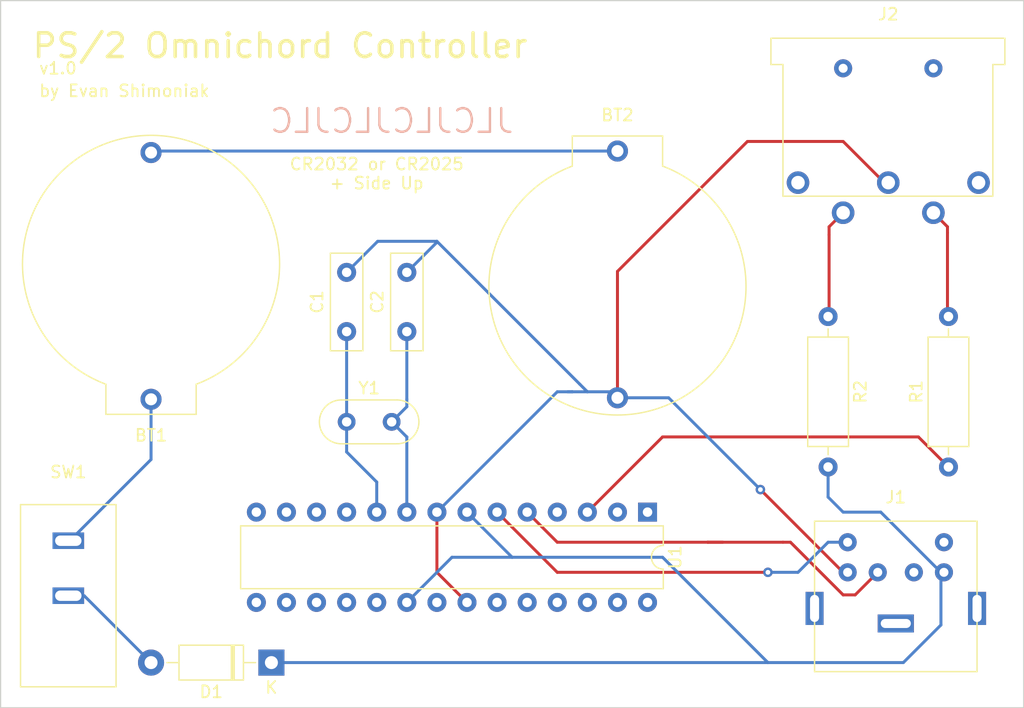
<source format=kicad_pcb>
(kicad_pcb (version 20171130) (host pcbnew 5.1.6-c6e7f7d~87~ubuntu18.04.1)

  (general
    (thickness 1.6)
    (drawings 6)
    (tracks 76)
    (zones 0)
    (modules 12)
    (nets 36)
  )

  (page A4)
  (layers
    (0 F.Cu signal)
    (31 B.Cu signal)
    (32 B.Adhes user)
    (33 F.Adhes user)
    (34 B.Paste user)
    (35 F.Paste user)
    (36 B.SilkS user)
    (37 F.SilkS user)
    (38 B.Mask user)
    (39 F.Mask user)
    (40 Dwgs.User user)
    (41 Cmts.User user)
    (42 Eco1.User user)
    (43 Eco2.User user)
    (44 Edge.Cuts user)
    (45 Margin user)
    (46 B.CrtYd user)
    (47 F.CrtYd user)
    (48 B.Fab user)
    (49 F.Fab user)
  )

  (setup
    (last_trace_width 0.25)
    (trace_clearance 0.2)
    (zone_clearance 0.508)
    (zone_45_only no)
    (trace_min 0.2)
    (via_size 0.8)
    (via_drill 0.4)
    (via_min_size 0.4)
    (via_min_drill 0.3)
    (uvia_size 0.3)
    (uvia_drill 0.1)
    (uvias_allowed no)
    (uvia_min_size 0.2)
    (uvia_min_drill 0.1)
    (edge_width 0.05)
    (segment_width 0.2)
    (pcb_text_width 0.3)
    (pcb_text_size 1.5 1.5)
    (mod_edge_width 0.12)
    (mod_text_size 1 1)
    (mod_text_width 0.15)
    (pad_size 2.49936 2.49936)
    (pad_drill 1.397)
    (pad_to_mask_clearance 0.05)
    (aux_axis_origin 0 0)
    (visible_elements FFFFFF7F)
    (pcbplotparams
      (layerselection 0x010fc_ffffffff)
      (usegerberextensions false)
      (usegerberattributes true)
      (usegerberadvancedattributes true)
      (creategerberjobfile true)
      (excludeedgelayer true)
      (linewidth 0.100000)
      (plotframeref false)
      (viasonmask false)
      (mode 1)
      (useauxorigin false)
      (hpglpennumber 1)
      (hpglpenspeed 20)
      (hpglpendiameter 15.000000)
      (psnegative false)
      (psa4output false)
      (plotreference true)
      (plotvalue true)
      (plotinvisibletext false)
      (padsonsilk false)
      (subtractmaskfromsilk false)
      (outputformat 1)
      (mirror false)
      (drillshape 0)
      (scaleselection 1)
      (outputdirectory "gerber"))
  )

  (net 0 "")
  (net 1 "Net-(J1-Pad6)")
  (net 2 "Net-(J1-Pad2)")
  (net 3 "Net-(J2-Pad5)")
  (net 4 "Net-(J2-Pad1)")
  (net 5 "Net-(J2-Pad4)")
  (net 6 "Net-(J2-Pad3)")
  (net 7 "Net-(U1-Pad28)")
  (net 8 "Net-(U1-Pad14)")
  (net 9 "Net-(U1-Pad27)")
  (net 10 "Net-(U1-Pad13)")
  (net 11 "Net-(U1-Pad26)")
  (net 12 "Net-(U1-Pad12)")
  (net 13 "Net-(U1-Pad25)")
  (net 14 "Net-(U1-Pad11)")
  (net 15 "Net-(U1-Pad24)")
  (net 16 "Net-(U1-Pad23)")
  (net 17 "Net-(U1-Pad21)")
  (net 18 "Net-(U1-Pad19)")
  (net 19 "Net-(U1-Pad18)")
  (net 20 "Net-(U1-Pad4)")
  (net 21 "Net-(U1-Pad17)")
  (net 22 "Net-(U1-Pad16)")
  (net 23 "Net-(U1-Pad2)")
  (net 24 "Net-(U1-Pad15)")
  (net 25 "Net-(U1-Pad1)")
  (net 26 "Net-(BT1-Pad2)")
  (net 27 "Net-(BT1-Pad1)")
  (net 28 "Net-(D1-Pad2)")
  (net 29 /GND)
  (net 30 /XTAL2)
  (net 31 /XTAL1)
  (net 32 /VCC)
  (net 33 /PD4)
  (net 34 /PD3)
  (net 35 /TX)

  (net_class Default "This is the default net class."
    (clearance 0.2)
    (trace_width 0.25)
    (via_dia 0.8)
    (via_drill 0.4)
    (uvia_dia 0.3)
    (uvia_drill 0.1)
    (add_net /GND)
    (add_net /PD3)
    (add_net /PD4)
    (add_net /TX)
    (add_net /VCC)
    (add_net /XTAL1)
    (add_net /XTAL2)
    (add_net "Net-(BT1-Pad1)")
    (add_net "Net-(BT1-Pad2)")
    (add_net "Net-(D1-Pad2)")
    (add_net "Net-(J1-Pad2)")
    (add_net "Net-(J1-Pad6)")
    (add_net "Net-(J2-Pad1)")
    (add_net "Net-(J2-Pad3)")
    (add_net "Net-(J2-Pad4)")
    (add_net "Net-(J2-Pad5)")
    (add_net "Net-(U1-Pad1)")
    (add_net "Net-(U1-Pad11)")
    (add_net "Net-(U1-Pad12)")
    (add_net "Net-(U1-Pad13)")
    (add_net "Net-(U1-Pad14)")
    (add_net "Net-(U1-Pad15)")
    (add_net "Net-(U1-Pad16)")
    (add_net "Net-(U1-Pad17)")
    (add_net "Net-(U1-Pad18)")
    (add_net "Net-(U1-Pad19)")
    (add_net "Net-(U1-Pad2)")
    (add_net "Net-(U1-Pad21)")
    (add_net "Net-(U1-Pad23)")
    (add_net "Net-(U1-Pad24)")
    (add_net "Net-(U1-Pad25)")
    (add_net "Net-(U1-Pad26)")
    (add_net "Net-(U1-Pad27)")
    (add_net "Net-(U1-Pad28)")
    (add_net "Net-(U1-Pad4)")
  )

  (module Capacitor_THT:C_Disc_D8.0mm_W2.5mm_P5.00mm (layer F.Cu) (tedit 5AE50EF0) (tstamp 5EFB701B)
    (at 142.24 106.68 90)
    (descr "C, Disc series, Radial, pin pitch=5.00mm, , diameter*width=8*2.5mm^2, Capacitor, http://cdn-reichelt.de/documents/datenblatt/B300/DS_KERKO_TC.pdf")
    (tags "C Disc series Radial pin pitch 5.00mm  diameter 8mm width 2.5mm Capacitor")
    (path /5EE48B66)
    (fp_text reference C2 (at 2.5 -2.5 90) (layer F.SilkS)
      (effects (font (size 1 1) (thickness 0.15)))
    )
    (fp_text value 20p (at 2.5 2.5 90) (layer F.Fab)
      (effects (font (size 1 1) (thickness 0.15)))
    )
    (fp_line (start 6.75 -1.5) (end -1.75 -1.5) (layer F.CrtYd) (width 0.05))
    (fp_line (start 6.75 1.5) (end 6.75 -1.5) (layer F.CrtYd) (width 0.05))
    (fp_line (start -1.75 1.5) (end 6.75 1.5) (layer F.CrtYd) (width 0.05))
    (fp_line (start -1.75 -1.5) (end -1.75 1.5) (layer F.CrtYd) (width 0.05))
    (fp_line (start 6.62 -1.37) (end 6.62 1.37) (layer F.SilkS) (width 0.12))
    (fp_line (start -1.62 -1.37) (end -1.62 1.37) (layer F.SilkS) (width 0.12))
    (fp_line (start -1.62 1.37) (end 6.62 1.37) (layer F.SilkS) (width 0.12))
    (fp_line (start -1.62 -1.37) (end 6.62 -1.37) (layer F.SilkS) (width 0.12))
    (fp_line (start 6.5 -1.25) (end -1.5 -1.25) (layer F.Fab) (width 0.1))
    (fp_line (start 6.5 1.25) (end 6.5 -1.25) (layer F.Fab) (width 0.1))
    (fp_line (start -1.5 1.25) (end 6.5 1.25) (layer F.Fab) (width 0.1))
    (fp_line (start -1.5 -1.25) (end -1.5 1.25) (layer F.Fab) (width 0.1))
    (fp_text user %R (at 2.5 0 90) (layer F.Fab)
      (effects (font (size 1 1) (thickness 0.15)))
    )
    (pad 2 thru_hole circle (at 5 0 90) (size 1.6 1.6) (drill 0.8) (layers *.Cu *.Mask)
      (net 29 /GND))
    (pad 1 thru_hole circle (at 0 0 90) (size 1.6 1.6) (drill 0.8) (layers *.Cu *.Mask)
      (net 31 /XTAL1))
    (model ${KISYS3DMOD}/Capacitor_THT.3dshapes/C_Disc_D8.0mm_W2.5mm_P5.00mm.wrl
      (at (xyz 0 0 0))
      (scale (xyz 1 1 1))
      (rotate (xyz 0 0 0))
    )
  )

  (module Capacitor_THT:C_Disc_D8.0mm_W2.5mm_P5.00mm (layer F.Cu) (tedit 5AE50EF0) (tstamp 5EFB7004)
    (at 137.16 106.68 90)
    (descr "C, Disc series, Radial, pin pitch=5.00mm, , diameter*width=8*2.5mm^2, Capacitor, http://cdn-reichelt.de/documents/datenblatt/B300/DS_KERKO_TC.pdf")
    (tags "C Disc series Radial pin pitch 5.00mm  diameter 8mm width 2.5mm Capacitor")
    (path /5EE395BF)
    (fp_text reference C1 (at 2.5 -2.5 90) (layer F.SilkS)
      (effects (font (size 1 1) (thickness 0.15)))
    )
    (fp_text value 20p (at 2.5 2.5 90) (layer F.Fab)
      (effects (font (size 1 1) (thickness 0.15)))
    )
    (fp_line (start 6.75 -1.5) (end -1.75 -1.5) (layer F.CrtYd) (width 0.05))
    (fp_line (start 6.75 1.5) (end 6.75 -1.5) (layer F.CrtYd) (width 0.05))
    (fp_line (start -1.75 1.5) (end 6.75 1.5) (layer F.CrtYd) (width 0.05))
    (fp_line (start -1.75 -1.5) (end -1.75 1.5) (layer F.CrtYd) (width 0.05))
    (fp_line (start 6.62 -1.37) (end 6.62 1.37) (layer F.SilkS) (width 0.12))
    (fp_line (start -1.62 -1.37) (end -1.62 1.37) (layer F.SilkS) (width 0.12))
    (fp_line (start -1.62 1.37) (end 6.62 1.37) (layer F.SilkS) (width 0.12))
    (fp_line (start -1.62 -1.37) (end 6.62 -1.37) (layer F.SilkS) (width 0.12))
    (fp_line (start 6.5 -1.25) (end -1.5 -1.25) (layer F.Fab) (width 0.1))
    (fp_line (start 6.5 1.25) (end 6.5 -1.25) (layer F.Fab) (width 0.1))
    (fp_line (start -1.5 1.25) (end 6.5 1.25) (layer F.Fab) (width 0.1))
    (fp_line (start -1.5 -1.25) (end -1.5 1.25) (layer F.Fab) (width 0.1))
    (fp_text user %R (at 2.5 0 90) (layer F.Fab)
      (effects (font (size 1 1) (thickness 0.15)))
    )
    (pad 2 thru_hole circle (at 5 0 90) (size 1.6 1.6) (drill 0.8) (layers *.Cu *.Mask)
      (net 29 /GND))
    (pad 1 thru_hole circle (at 0 0 90) (size 1.6 1.6) (drill 0.8) (layers *.Cu *.Mask)
      (net 30 /XTAL2))
    (model ${KISYS3DMOD}/Capacitor_THT.3dshapes/C_Disc_D8.0mm_W2.5mm_P5.00mm.wrl
      (at (xyz 0 0 0))
      (scale (xyz 1 1 1))
      (rotate (xyz 0 0 0))
    )
  )

  (module Misc_Custom:MINI-DIN-6 (layer F.Cu) (tedit 5F232433) (tstamp 5EFB7048)
    (at 183.515 124.46 180)
    (path /5EE078D0)
    (fp_text reference J1 (at 0 3.802) (layer F.SilkS)
      (effects (font (size 1 1) (thickness 0.15)))
    )
    (fp_text value Mini-DIN-6 (at 0 2.802) (layer F.Fab)
      (effects (font (size 1 1) (thickness 0.15)))
    )
    (fp_line (start 6.858 1.778) (end -6.858 1.778) (layer F.SilkS) (width 0.12))
    (fp_line (start 6.858 -10.922) (end -6.858 -10.922) (layer F.SilkS) (width 0.12))
    (fp_line (start -6.858 -10.922) (end -6.858 1.778) (layer F.SilkS) (width 0.12))
    (fp_line (start 6.858 -10.922) (end 6.858 1.778) (layer F.SilkS) (width 0.12))
    (pad "" thru_hole rect (at 0 -6.858 270) (size 1.524 3.048) (drill oval 0.762 2.54) (layers *.Cu *.Mask))
    (pad "" thru_hole rect (at -6.858 -5.588 180) (size 1.524 2.794) (drill oval 0.762 2.286) (layers *.Cu *.Mask))
    (pad "" thru_hole rect (at 6.858 -5.588 180) (size 1.524 2.794) (drill oval 0.762 2.286) (layers *.Cu *.Mask))
    (pad 5 thru_hole circle (at 4.064 0 180) (size 1.524 1.524) (drill 0.762) (layers *.Cu *.Mask)
      (net 33 /PD4))
    (pad 6 thru_hole circle (at -4.064 0 180) (size 1.524 1.524) (drill 0.762) (layers *.Cu *.Mask)
      (net 1 "Net-(J1-Pad6)"))
    (pad 3 thru_hole circle (at 4.064 -2.54 180) (size 1.524 1.524) (drill 0.762) (layers *.Cu *.Mask)
      (net 29 /GND))
    (pad 4 thru_hole circle (at -4.064 -2.54 180) (size 1.524 1.524) (drill 0.762) (layers *.Cu *.Mask)
      (net 32 /VCC))
    (pad 1 thru_hole circle (at 1.524 -2.54 180) (size 1.524 1.524) (drill 0.762) (layers *.Cu *.Mask)
      (net 34 /PD3))
    (pad 2 thru_hole circle (at -1.524 -2.54 180) (size 1.524 1.524) (drill 0.762) (layers *.Cu *.Mask)
      (net 2 "Net-(J1-Pad2)"))
  )

  (module Misc_Custom:Battery-Holder_CR2025-CR2032 (layer F.Cu) (tedit 5F22DA7C) (tstamp 5EFB8E8C)
    (at 160.02 91.44 180)
    (path /5EFF093B)
    (fp_text reference BT2 (at 0 3.04) (layer F.SilkS)
      (effects (font (size 1 1) (thickness 0.15)))
    )
    (fp_text value Battery_Cell (at 0 2.04) (layer F.Fab)
      (effects (font (size 1 1) (thickness 0.15)))
    )
    (fp_line (start -3.81 1.27) (end -3.81 -1.27) (layer F.SilkS) (width 0.12))
    (fp_line (start 3.81 1.27) (end -3.81 1.27) (layer F.SilkS) (width 0.12))
    (fp_line (start 3.81 -1.27) (end 3.81 1.27) (layer F.SilkS) (width 0.12))
    (fp_arc (start 0 -11.43) (end 3.809999 -1.270001) (angle -318.8879096) (layer F.SilkS) (width 0.12))
    (pad 2 thru_hole circle (at 0 -20.828 180) (size 1.778 1.778) (drill 1.016) (layers *.Cu *.Mask)
      (net 29 /GND))
    (pad 1 thru_hole circle (at 0 0 180) (size 1.778 1.778) (drill 1.016) (layers *.Cu *.Mask)
      (net 26 "Net-(BT1-Pad2)"))
  )

  (module Misc_Custom:Battery-Holder_CR2025-CR2032 (layer F.Cu) (tedit 5F22DA7C) (tstamp 5EFB8E82)
    (at 120.65 112.395)
    (path /5EFEEC25)
    (fp_text reference BT1 (at 0 3.04) (layer F.SilkS)
      (effects (font (size 1 1) (thickness 0.15)))
    )
    (fp_text value Battery_Cell (at 0 2.04) (layer F.Fab)
      (effects (font (size 1 1) (thickness 0.15)))
    )
    (fp_line (start -3.81 1.27) (end -3.81 -1.27) (layer F.SilkS) (width 0.12))
    (fp_line (start 3.81 1.27) (end -3.81 1.27) (layer F.SilkS) (width 0.12))
    (fp_line (start 3.81 -1.27) (end 3.81 1.27) (layer F.SilkS) (width 0.12))
    (fp_arc (start 0 -11.43) (end 3.809999 -1.270001) (angle -318.8879096) (layer F.SilkS) (width 0.12))
    (pad 2 thru_hole circle (at 0 -20.828) (size 1.778 1.778) (drill 1.016) (layers *.Cu *.Mask)
      (net 26 "Net-(BT1-Pad2)"))
    (pad 1 thru_hole circle (at 0 0) (size 1.778 1.778) (drill 1.016) (layers *.Cu *.Mask)
      (net 27 "Net-(BT1-Pad1)"))
  )

  (module Crystal:Crystal_HC52-U_Vertical (layer F.Cu) (tedit 5A1AD3B8) (tstamp 5EFB70E9)
    (at 137.16 114.3)
    (descr "Crystal THT HC-52/U, http://www.kvg-gmbh.de/assets/uploads/files/product_pdfs/XS71xx.pdf")
    (tags "THT crystal HC-52/U")
    (path /5EE4A56C)
    (fp_text reference Y1 (at 1.9 -2.85) (layer F.SilkS)
      (effects (font (size 1 1) (thickness 0.15)))
    )
    (fp_text value Crystal (at 1.9 2.85) (layer F.Fab)
      (effects (font (size 1 1) (thickness 0.15)))
    )
    (fp_line (start -0.45 -1.65) (end 4.25 -1.65) (layer F.Fab) (width 0.1))
    (fp_line (start -0.45 1.65) (end 4.25 1.65) (layer F.Fab) (width 0.1))
    (fp_line (start -0.45 -1.15) (end 4.25 -1.15) (layer F.Fab) (width 0.1))
    (fp_line (start -0.45 1.15) (end 4.25 1.15) (layer F.Fab) (width 0.1))
    (fp_line (start -0.45 -1.85) (end 4.25 -1.85) (layer F.SilkS) (width 0.12))
    (fp_line (start -0.45 1.85) (end 4.25 1.85) (layer F.SilkS) (width 0.12))
    (fp_line (start -2.6 -2.1) (end -2.6 2.1) (layer F.CrtYd) (width 0.05))
    (fp_line (start -2.6 2.1) (end 6.4 2.1) (layer F.CrtYd) (width 0.05))
    (fp_line (start 6.4 2.1) (end 6.4 -2.1) (layer F.CrtYd) (width 0.05))
    (fp_line (start 6.4 -2.1) (end -2.6 -2.1) (layer F.CrtYd) (width 0.05))
    (fp_arc (start 4.25 0) (end 4.25 -1.85) (angle 180) (layer F.SilkS) (width 0.12))
    (fp_arc (start -0.45 0) (end -0.45 -1.85) (angle -180) (layer F.SilkS) (width 0.12))
    (fp_arc (start 4.25 0) (end 4.25 -1.15) (angle 180) (layer F.Fab) (width 0.1))
    (fp_arc (start -0.45 0) (end -0.45 -1.15) (angle -180) (layer F.Fab) (width 0.1))
    (fp_arc (start 4.25 0) (end 4.25 -1.65) (angle 180) (layer F.Fab) (width 0.1))
    (fp_arc (start -0.45 0) (end -0.45 -1.65) (angle -180) (layer F.Fab) (width 0.1))
    (fp_text user %R (at 1.9 0) (layer F.Fab)
      (effects (font (size 1 1) (thickness 0.15)))
    )
    (pad 2 thru_hole circle (at 3.8 0) (size 1.5 1.5) (drill 0.8) (layers *.Cu *.Mask)
      (net 31 /XTAL1))
    (pad 1 thru_hole circle (at 0 0) (size 1.5 1.5) (drill 0.8) (layers *.Cu *.Mask)
      (net 30 /XTAL2))
    (model ${KISYS3DMOD}/Crystal.3dshapes/Crystal_HC52-U_Vertical.wrl
      (at (xyz 0 0 0))
      (scale (xyz 1 1 1))
      (rotate (xyz 0 0 0))
    )
  )

  (module Misc_Custom:SW_AMZN_001 (layer F.Cu) (tedit 5F22D612) (tstamp 5EFC3C9D)
    (at 113.665 123.825 180)
    (path /5EFF2E98)
    (fp_text reference SW1 (at 0 5.29) (layer F.SilkS)
      (effects (font (size 1 1) (thickness 0.15)))
    )
    (fp_text value SW_SPST (at 0 3.52) (layer F.Fab)
      (effects (font (size 1 1) (thickness 0.15)))
    )
    (fp_line (start -4.03225 -12.84) (end -4.03225 2.54) (layer F.SilkS) (width 0.12))
    (fp_line (start 4.03225 -12.84) (end -4.03225 -12.84) (layer F.SilkS) (width 0.12))
    (fp_line (start 4.03225 2.54) (end 4.03225 -12.84) (layer F.SilkS) (width 0.12))
    (fp_line (start -4.03225 2.54) (end 4.03225 2.54) (layer F.SilkS) (width 0.12))
    (pad 2 thru_hole rect (at 0 -5.15 270) (size 1.397 2.667) (drill oval 0.877 2.227001) (layers *.Cu *.Mask)
      (net 28 "Net-(D1-Pad2)"))
    (pad 1 thru_hole rect (at 0 -0.508 270) (size 1.397 2.667) (drill oval 0.877 2.227001) (layers *.Cu *.Mask)
      (net 27 "Net-(BT1-Pad1)"))
  )

  (module Misc_Custom:MIDI_DIN5 (layer F.Cu) (tedit 5F231785) (tstamp 5EFB7074)
    (at 182.88 81.915 180)
    (path /5EE14BEE)
    (fp_text reference J2 (at 0 2.024) (layer F.SilkS)
      (effects (font (size 1 1) (thickness 0.15)))
    )
    (fp_text value DIN-5_180degree (at 0 1.024) (layer F.Fab)
      (effects (font (size 1 1) (thickness 0.15)))
    )
    (fp_line (start 8.89 -13.335) (end -8.8265 -13.335) (layer F.SilkS) (width 0.12))
    (fp_line (start -8.8265 -2.2225) (end -8.8265 -13.335) (layer F.SilkS) (width 0.12))
    (fp_line (start 8.89 -2.2225) (end 8.89 -13.335) (layer F.SilkS) (width 0.12))
    (fp_line (start -8.8265 -2.2225) (end -9.8425 -2.2225) (layer F.SilkS) (width 0.12))
    (fp_line (start 9.906 -2.2225) (end 8.89 -2.2225) (layer F.SilkS) (width 0.12))
    (fp_line (start 9.906 0) (end 9.906 -2.2225) (layer F.SilkS) (width 0.12))
    (fp_line (start -9.8425 0) (end -9.8425 -2.2225) (layer F.SilkS) (width 0.12))
    (fp_line (start -9.8425 0) (end 9.8425 0) (layer F.SilkS) (width 0.12))
    (pad "" thru_hole circle (at 3.81 -2.54 180) (size 1.524 1.524) (drill 0.762) (layers *.Cu *.Mask))
    (pad "" thru_hole circle (at -3.81 -2.54 180) (size 1.524 1.524) (drill 0.762) (layers *.Cu *.Mask))
    (pad 5 thru_hole circle (at -3.81 -14.732 180) (size 1.905 1.905) (drill 1.143) (layers *.Cu *.Mask)
      (net 3 "Net-(J2-Pad5)"))
    (pad 4 thru_hole circle (at 3.81 -14.732 180) (size 1.905 1.905) (drill 1.143) (layers *.Cu *.Mask)
      (net 5 "Net-(J2-Pad4)"))
    (pad 3 thru_hole circle (at -7.62 -12.192 180) (size 1.905 1.905) (drill 1.143) (layers *.Cu *.Mask)
      (net 6 "Net-(J2-Pad3)"))
    (pad 2 thru_hole circle (at 0 -12.192 180) (size 1.905 1.905) (drill 1.143) (layers *.Cu *.Mask)
      (net 29 /GND))
    (pad 1 thru_hole circle (at 7.62 -12.192 180) (size 1.905 1.905) (drill 1.143) (layers *.Cu *.Mask)
      (net 4 "Net-(J2-Pad1)"))
  )

  (module Package_DIP:DIP-28_W7.62mm (layer F.Cu) (tedit 5A02E8C5) (tstamp 5EFB70D2)
    (at 162.56 121.92 270)
    (descr "28-lead though-hole mounted DIP package, row spacing 7.62 mm (300 mils)")
    (tags "THT DIP DIL PDIP 2.54mm 7.62mm 300mil")
    (path /5EE054F3)
    (fp_text reference U1 (at 3.81 -2.33 90) (layer F.SilkS)
      (effects (font (size 1 1) (thickness 0.15)))
    )
    (fp_text value ATmega328P-PU (at 3.81 35.35 90) (layer F.Fab)
      (effects (font (size 1 1) (thickness 0.15)))
    )
    (fp_line (start 8.7 -1.55) (end -1.1 -1.55) (layer F.CrtYd) (width 0.05))
    (fp_line (start 8.7 34.55) (end 8.7 -1.55) (layer F.CrtYd) (width 0.05))
    (fp_line (start -1.1 34.55) (end 8.7 34.55) (layer F.CrtYd) (width 0.05))
    (fp_line (start -1.1 -1.55) (end -1.1 34.55) (layer F.CrtYd) (width 0.05))
    (fp_line (start 6.46 -1.33) (end 4.81 -1.33) (layer F.SilkS) (width 0.12))
    (fp_line (start 6.46 34.35) (end 6.46 -1.33) (layer F.SilkS) (width 0.12))
    (fp_line (start 1.16 34.35) (end 6.46 34.35) (layer F.SilkS) (width 0.12))
    (fp_line (start 1.16 -1.33) (end 1.16 34.35) (layer F.SilkS) (width 0.12))
    (fp_line (start 2.81 -1.33) (end 1.16 -1.33) (layer F.SilkS) (width 0.12))
    (fp_line (start 0.635 -0.27) (end 1.635 -1.27) (layer F.Fab) (width 0.1))
    (fp_line (start 0.635 34.29) (end 0.635 -0.27) (layer F.Fab) (width 0.1))
    (fp_line (start 6.985 34.29) (end 0.635 34.29) (layer F.Fab) (width 0.1))
    (fp_line (start 6.985 -1.27) (end 6.985 34.29) (layer F.Fab) (width 0.1))
    (fp_line (start 1.635 -1.27) (end 6.985 -1.27) (layer F.Fab) (width 0.1))
    (fp_text user %R (at 3.81 16.51 90) (layer F.Fab)
      (effects (font (size 1 1) (thickness 0.15)))
    )
    (fp_arc (start 3.81 -1.33) (end 2.81 -1.33) (angle -180) (layer F.SilkS) (width 0.12))
    (pad 28 thru_hole oval (at 7.62 0 270) (size 1.6 1.6) (drill 0.8) (layers *.Cu *.Mask)
      (net 7 "Net-(U1-Pad28)"))
    (pad 14 thru_hole oval (at 0 33.02 270) (size 1.6 1.6) (drill 0.8) (layers *.Cu *.Mask)
      (net 8 "Net-(U1-Pad14)"))
    (pad 27 thru_hole oval (at 7.62 2.54 270) (size 1.6 1.6) (drill 0.8) (layers *.Cu *.Mask)
      (net 9 "Net-(U1-Pad27)"))
    (pad 13 thru_hole oval (at 0 30.48 270) (size 1.6 1.6) (drill 0.8) (layers *.Cu *.Mask)
      (net 10 "Net-(U1-Pad13)"))
    (pad 26 thru_hole oval (at 7.62 5.08 270) (size 1.6 1.6) (drill 0.8) (layers *.Cu *.Mask)
      (net 11 "Net-(U1-Pad26)"))
    (pad 12 thru_hole oval (at 0 27.94 270) (size 1.6 1.6) (drill 0.8) (layers *.Cu *.Mask)
      (net 12 "Net-(U1-Pad12)"))
    (pad 25 thru_hole oval (at 7.62 7.62 270) (size 1.6 1.6) (drill 0.8) (layers *.Cu *.Mask)
      (net 13 "Net-(U1-Pad25)"))
    (pad 11 thru_hole oval (at 0 25.4 270) (size 1.6 1.6) (drill 0.8) (layers *.Cu *.Mask)
      (net 14 "Net-(U1-Pad11)"))
    (pad 24 thru_hole oval (at 7.62 10.16 270) (size 1.6 1.6) (drill 0.8) (layers *.Cu *.Mask)
      (net 15 "Net-(U1-Pad24)"))
    (pad 10 thru_hole oval (at 0 22.86 270) (size 1.6 1.6) (drill 0.8) (layers *.Cu *.Mask)
      (net 30 /XTAL2))
    (pad 23 thru_hole oval (at 7.62 12.7 270) (size 1.6 1.6) (drill 0.8) (layers *.Cu *.Mask)
      (net 16 "Net-(U1-Pad23)"))
    (pad 9 thru_hole oval (at 0 20.32 270) (size 1.6 1.6) (drill 0.8) (layers *.Cu *.Mask)
      (net 31 /XTAL1))
    (pad 22 thru_hole oval (at 7.62 15.24 270) (size 1.6 1.6) (drill 0.8) (layers *.Cu *.Mask)
      (net 29 /GND))
    (pad 8 thru_hole oval (at 0 17.78 270) (size 1.6 1.6) (drill 0.8) (layers *.Cu *.Mask)
      (net 29 /GND))
    (pad 21 thru_hole oval (at 7.62 17.78 270) (size 1.6 1.6) (drill 0.8) (layers *.Cu *.Mask)
      (net 17 "Net-(U1-Pad21)"))
    (pad 7 thru_hole oval (at 0 15.24 270) (size 1.6 1.6) (drill 0.8) (layers *.Cu *.Mask)
      (net 32 /VCC))
    (pad 20 thru_hole oval (at 7.62 20.32 270) (size 1.6 1.6) (drill 0.8) (layers *.Cu *.Mask)
      (net 32 /VCC))
    (pad 6 thru_hole oval (at 0 12.7 270) (size 1.6 1.6) (drill 0.8) (layers *.Cu *.Mask)
      (net 33 /PD4))
    (pad 19 thru_hole oval (at 7.62 22.86 270) (size 1.6 1.6) (drill 0.8) (layers *.Cu *.Mask)
      (net 18 "Net-(U1-Pad19)"))
    (pad 5 thru_hole oval (at 0 10.16 270) (size 1.6 1.6) (drill 0.8) (layers *.Cu *.Mask)
      (net 34 /PD3))
    (pad 18 thru_hole oval (at 7.62 25.4 270) (size 1.6 1.6) (drill 0.8) (layers *.Cu *.Mask)
      (net 19 "Net-(U1-Pad18)"))
    (pad 4 thru_hole oval (at 0 7.62 270) (size 1.6 1.6) (drill 0.8) (layers *.Cu *.Mask)
      (net 20 "Net-(U1-Pad4)"))
    (pad 17 thru_hole oval (at 7.62 27.94 270) (size 1.6 1.6) (drill 0.8) (layers *.Cu *.Mask)
      (net 21 "Net-(U1-Pad17)"))
    (pad 3 thru_hole oval (at 0 5.08 270) (size 1.6 1.6) (drill 0.8) (layers *.Cu *.Mask)
      (net 35 /TX))
    (pad 16 thru_hole oval (at 7.62 30.48 270) (size 1.6 1.6) (drill 0.8) (layers *.Cu *.Mask)
      (net 22 "Net-(U1-Pad16)"))
    (pad 2 thru_hole oval (at 0 2.54 270) (size 1.6 1.6) (drill 0.8) (layers *.Cu *.Mask)
      (net 23 "Net-(U1-Pad2)"))
    (pad 15 thru_hole oval (at 7.62 33.02 270) (size 1.6 1.6) (drill 0.8) (layers *.Cu *.Mask)
      (net 24 "Net-(U1-Pad15)"))
    (pad 1 thru_hole rect (at 0 0 270) (size 1.6 1.6) (drill 0.8) (layers *.Cu *.Mask)
      (net 25 "Net-(U1-Pad1)"))
    (model ${KISYS3DMOD}/Package_DIP.3dshapes/DIP-28_W7.62mm.wrl
      (at (xyz 0 0 0))
      (scale (xyz 1 1 1))
      (rotate (xyz 0 0 0))
    )
  )

  (module Resistor_THT:R_Axial_DIN0309_L9.0mm_D3.2mm_P12.70mm_Horizontal (layer F.Cu) (tedit 5AE5139B) (tstamp 5EFB70A2)
    (at 177.8 105.41 270)
    (descr "Resistor, Axial_DIN0309 series, Axial, Horizontal, pin pitch=12.7mm, 0.5W = 1/2W, length*diameter=9*3.2mm^2, http://cdn-reichelt.de/documents/datenblatt/B400/1_4W%23YAG.pdf")
    (tags "Resistor Axial_DIN0309 series Axial Horizontal pin pitch 12.7mm 0.5W = 1/2W length 9mm diameter 3.2mm")
    (path /5EE20CAA)
    (fp_text reference R2 (at 6.35 -2.72 90) (layer F.SilkS)
      (effects (font (size 1 1) (thickness 0.15)))
    )
    (fp_text value 220 (at 6.35 2.72 90) (layer F.Fab)
      (effects (font (size 1 1) (thickness 0.15)))
    )
    (fp_line (start 13.75 -1.85) (end -1.05 -1.85) (layer F.CrtYd) (width 0.05))
    (fp_line (start 13.75 1.85) (end 13.75 -1.85) (layer F.CrtYd) (width 0.05))
    (fp_line (start -1.05 1.85) (end 13.75 1.85) (layer F.CrtYd) (width 0.05))
    (fp_line (start -1.05 -1.85) (end -1.05 1.85) (layer F.CrtYd) (width 0.05))
    (fp_line (start 11.66 0) (end 10.97 0) (layer F.SilkS) (width 0.12))
    (fp_line (start 1.04 0) (end 1.73 0) (layer F.SilkS) (width 0.12))
    (fp_line (start 10.97 -1.72) (end 1.73 -1.72) (layer F.SilkS) (width 0.12))
    (fp_line (start 10.97 1.72) (end 10.97 -1.72) (layer F.SilkS) (width 0.12))
    (fp_line (start 1.73 1.72) (end 10.97 1.72) (layer F.SilkS) (width 0.12))
    (fp_line (start 1.73 -1.72) (end 1.73 1.72) (layer F.SilkS) (width 0.12))
    (fp_line (start 12.7 0) (end 10.85 0) (layer F.Fab) (width 0.1))
    (fp_line (start 0 0) (end 1.85 0) (layer F.Fab) (width 0.1))
    (fp_line (start 10.85 -1.6) (end 1.85 -1.6) (layer F.Fab) (width 0.1))
    (fp_line (start 10.85 1.6) (end 10.85 -1.6) (layer F.Fab) (width 0.1))
    (fp_line (start 1.85 1.6) (end 10.85 1.6) (layer F.Fab) (width 0.1))
    (fp_line (start 1.85 -1.6) (end 1.85 1.6) (layer F.Fab) (width 0.1))
    (fp_text user %R (at 6.35 0 90) (layer F.Fab)
      (effects (font (size 1 1) (thickness 0.15)))
    )
    (pad 2 thru_hole oval (at 12.7 0 270) (size 1.6 1.6) (drill 0.8) (layers *.Cu *.Mask)
      (net 32 /VCC))
    (pad 1 thru_hole circle (at 0 0 270) (size 1.6 1.6) (drill 0.8) (layers *.Cu *.Mask)
      (net 5 "Net-(J2-Pad4)"))
    (model ${KISYS3DMOD}/Resistor_THT.3dshapes/R_Axial_DIN0309_L9.0mm_D3.2mm_P12.70mm_Horizontal.wrl
      (at (xyz 0 0 0))
      (scale (xyz 1 1 1))
      (rotate (xyz 0 0 0))
    )
  )

  (module Resistor_THT:R_Axial_DIN0309_L9.0mm_D3.2mm_P12.70mm_Horizontal (layer F.Cu) (tedit 5AE5139B) (tstamp 5EFB708B)
    (at 187.96 118.11 90)
    (descr "Resistor, Axial_DIN0309 series, Axial, Horizontal, pin pitch=12.7mm, 0.5W = 1/2W, length*diameter=9*3.2mm^2, http://cdn-reichelt.de/documents/datenblatt/B400/1_4W%23YAG.pdf")
    (tags "Resistor Axial_DIN0309 series Axial Horizontal pin pitch 12.7mm 0.5W = 1/2W length 9mm diameter 3.2mm")
    (path /5EE155D1)
    (fp_text reference R1 (at 6.35 -2.72 90) (layer F.SilkS)
      (effects (font (size 1 1) (thickness 0.15)))
    )
    (fp_text value 220 (at 6.35 2.72 90) (layer F.Fab)
      (effects (font (size 1 1) (thickness 0.15)))
    )
    (fp_line (start 13.75 -1.85) (end -1.05 -1.85) (layer F.CrtYd) (width 0.05))
    (fp_line (start 13.75 1.85) (end 13.75 -1.85) (layer F.CrtYd) (width 0.05))
    (fp_line (start -1.05 1.85) (end 13.75 1.85) (layer F.CrtYd) (width 0.05))
    (fp_line (start -1.05 -1.85) (end -1.05 1.85) (layer F.CrtYd) (width 0.05))
    (fp_line (start 11.66 0) (end 10.97 0) (layer F.SilkS) (width 0.12))
    (fp_line (start 1.04 0) (end 1.73 0) (layer F.SilkS) (width 0.12))
    (fp_line (start 10.97 -1.72) (end 1.73 -1.72) (layer F.SilkS) (width 0.12))
    (fp_line (start 10.97 1.72) (end 10.97 -1.72) (layer F.SilkS) (width 0.12))
    (fp_line (start 1.73 1.72) (end 10.97 1.72) (layer F.SilkS) (width 0.12))
    (fp_line (start 1.73 -1.72) (end 1.73 1.72) (layer F.SilkS) (width 0.12))
    (fp_line (start 12.7 0) (end 10.85 0) (layer F.Fab) (width 0.1))
    (fp_line (start 0 0) (end 1.85 0) (layer F.Fab) (width 0.1))
    (fp_line (start 10.85 -1.6) (end 1.85 -1.6) (layer F.Fab) (width 0.1))
    (fp_line (start 10.85 1.6) (end 10.85 -1.6) (layer F.Fab) (width 0.1))
    (fp_line (start 1.85 1.6) (end 10.85 1.6) (layer F.Fab) (width 0.1))
    (fp_line (start 1.85 -1.6) (end 1.85 1.6) (layer F.Fab) (width 0.1))
    (fp_text user %R (at 6.35 0 90) (layer F.Fab)
      (effects (font (size 1 1) (thickness 0.15)))
    )
    (pad 2 thru_hole oval (at 12.7 0 90) (size 1.6 1.6) (drill 0.8) (layers *.Cu *.Mask)
      (net 3 "Net-(J2-Pad5)"))
    (pad 1 thru_hole circle (at 0 0 90) (size 1.6 1.6) (drill 0.8) (layers *.Cu *.Mask)
      (net 35 /TX))
    (model ${KISYS3DMOD}/Resistor_THT.3dshapes/R_Axial_DIN0309_L9.0mm_D3.2mm_P12.70mm_Horizontal.wrl
      (at (xyz 0 0 0))
      (scale (xyz 1 1 1))
      (rotate (xyz 0 0 0))
    )
  )

  (module Diode_THT:D_DO-41_SOD81_P10.16mm_Horizontal (layer F.Cu) (tedit 5AE50CD5) (tstamp 5EFB703A)
    (at 130.81 134.62 180)
    (descr "Diode, DO-41_SOD81 series, Axial, Horizontal, pin pitch=10.16mm, , length*diameter=5.2*2.7mm^2, , http://www.diodes.com/_files/packages/DO-41%20(Plastic).pdf")
    (tags "Diode DO-41_SOD81 series Axial Horizontal pin pitch 10.16mm  length 5.2mm diameter 2.7mm")
    (path /5EFDE744)
    (fp_text reference D1 (at 5.08 -2.47) (layer F.SilkS)
      (effects (font (size 1 1) (thickness 0.15)))
    )
    (fp_text value 1N4001 (at 5.08 2.47) (layer F.Fab)
      (effects (font (size 1 1) (thickness 0.15)))
    )
    (fp_line (start 2.48 -1.35) (end 2.48 1.35) (layer F.Fab) (width 0.1))
    (fp_line (start 2.48 1.35) (end 7.68 1.35) (layer F.Fab) (width 0.1))
    (fp_line (start 7.68 1.35) (end 7.68 -1.35) (layer F.Fab) (width 0.1))
    (fp_line (start 7.68 -1.35) (end 2.48 -1.35) (layer F.Fab) (width 0.1))
    (fp_line (start 0 0) (end 2.48 0) (layer F.Fab) (width 0.1))
    (fp_line (start 10.16 0) (end 7.68 0) (layer F.Fab) (width 0.1))
    (fp_line (start 3.26 -1.35) (end 3.26 1.35) (layer F.Fab) (width 0.1))
    (fp_line (start 3.36 -1.35) (end 3.36 1.35) (layer F.Fab) (width 0.1))
    (fp_line (start 3.16 -1.35) (end 3.16 1.35) (layer F.Fab) (width 0.1))
    (fp_line (start 2.36 -1.47) (end 2.36 1.47) (layer F.SilkS) (width 0.12))
    (fp_line (start 2.36 1.47) (end 7.8 1.47) (layer F.SilkS) (width 0.12))
    (fp_line (start 7.8 1.47) (end 7.8 -1.47) (layer F.SilkS) (width 0.12))
    (fp_line (start 7.8 -1.47) (end 2.36 -1.47) (layer F.SilkS) (width 0.12))
    (fp_line (start 1.34 0) (end 2.36 0) (layer F.SilkS) (width 0.12))
    (fp_line (start 8.82 0) (end 7.8 0) (layer F.SilkS) (width 0.12))
    (fp_line (start 3.26 -1.47) (end 3.26 1.47) (layer F.SilkS) (width 0.12))
    (fp_line (start 3.38 -1.47) (end 3.38 1.47) (layer F.SilkS) (width 0.12))
    (fp_line (start 3.14 -1.47) (end 3.14 1.47) (layer F.SilkS) (width 0.12))
    (fp_line (start -1.35 -1.6) (end -1.35 1.6) (layer F.CrtYd) (width 0.05))
    (fp_line (start -1.35 1.6) (end 11.51 1.6) (layer F.CrtYd) (width 0.05))
    (fp_line (start 11.51 1.6) (end 11.51 -1.6) (layer F.CrtYd) (width 0.05))
    (fp_line (start 11.51 -1.6) (end -1.35 -1.6) (layer F.CrtYd) (width 0.05))
    (fp_text user %R (at 5.47 0) (layer F.Fab)
      (effects (font (size 1 1) (thickness 0.15)))
    )
    (fp_text user K (at 0 -2.1) (layer F.Fab)
      (effects (font (size 1 1) (thickness 0.15)))
    )
    (fp_text user K (at 0 -2.1) (layer F.SilkS)
      (effects (font (size 1 1) (thickness 0.15)))
    )
    (pad 1 thru_hole rect (at 0 0 180) (size 2.2 2.2) (drill 1.1) (layers *.Cu *.Mask)
      (net 32 /VCC))
    (pad 2 thru_hole oval (at 10.16 0 180) (size 2.2 2.2) (drill 1.1) (layers *.Cu *.Mask)
      (net 28 "Net-(D1-Pad2)"))
    (model ${KISYS3DMOD}/Diode_THT.3dshapes/D_DO-41_SOD81_P10.16mm_Horizontal.wrl
      (at (xyz 0 0 0))
      (scale (xyz 1 1 1))
      (rotate (xyz 0 0 0))
    )
  )

  (gr_text "CR2032 or CR2025\n+ Side Up" (at 139.7 93.345) (layer F.SilkS)
    (effects (font (size 1 1) (thickness 0.15)))
  )
  (gr_text v1.0 (at 111.125 84.455) (layer F.SilkS) (tstamp 5F235CA0)
    (effects (font (size 1 1) (thickness 0.15)) (justify left))
  )
  (gr_text JLCJLCJLCJLC (at 140.97 88.9) (layer B.SilkS)
    (effects (font (size 2 2) (thickness 0.2)) (justify mirror))
  )
  (gr_text "by Evan Shimoniak" (at 111.125 86.36) (layer F.SilkS)
    (effects (font (size 1 1) (thickness 0.15)) (justify left))
  )
  (gr_text "PS/2 Omnichord Controller" (at 110.49 82.55) (layer F.SilkS)
    (effects (font (size 2 2) (thickness 0.3)) (justify left))
  )
  (gr_poly (pts (xy 194.31 138.43) (xy 107.95 138.43) (xy 107.95 78.74) (xy 194.31 78.74)) (layer Edge.Cuts) (width 0.1))

  (segment (start 186.69 96.647) (end 187.87618 97.83318) (width 0.25) (layer F.Cu) (net 3))
  (segment (start 187.87618 97.83318) (end 187.87618 98.34118) (width 0.25) (layer F.Cu) (net 3))
  (segment (start 187.87618 98.34118) (end 187.87618 105.32618) (width 0.25) (layer F.Cu) (net 3))
  (segment (start 179.07 96.647) (end 177.88382 97.83318) (width 0.25) (layer F.Cu) (net 5))
  (segment (start 177.88382 97.83318) (end 177.88382 98.50882) (width 0.25) (layer F.Cu) (net 5))
  (segment (start 177.88382 98.50882) (end 177.88382 105.32618) (width 0.25) (layer F.Cu) (net 5))
  (segment (start 160.02 91.44) (end 120.65 91.44) (width 0.25) (layer B.Cu) (net 26))
  (segment (start 113.792 124.333) (end 120.65 117.475) (width 0.25) (layer B.Cu) (net 27))
  (segment (start 113.665 124.333) (end 113.792 124.333) (width 0.25) (layer B.Cu) (net 27))
  (segment (start 120.65 117.475) (end 120.65 111.76) (width 0.25) (layer B.Cu) (net 27))
  (segment (start 113.665 128.975) (end 115.005 128.975) (width 0.25) (layer B.Cu) (net 28))
  (segment (start 115.005 128.975) (end 120.65 134.62) (width 0.25) (layer B.Cu) (net 28))
  (segment (start 144.78 121.92) (end 154.94 111.76) (width 0.25) (layer B.Cu) (net 29))
  (segment (start 154.94 111.76) (end 156.21 111.76) (width 0.25) (layer B.Cu) (net 29))
  (segment (start 155.814998 111.76) (end 156.21 111.76) (width 0.25) (layer B.Cu) (net 29))
  (segment (start 156.21 111.76) (end 157.48 111.76) (width 0.25) (layer B.Cu) (net 29))
  (segment (start 157.48 111.76) (end 160.02 111.76) (width 0.25) (layer B.Cu) (net 29))
  (segment (start 182.88 94.43974) (end 179.07 90.62974) (width 0.25) (layer F.Cu) (net 29))
  (segment (start 179.07 90.62974) (end 170.99026 90.62974) (width 0.25) (layer F.Cu) (net 29))
  (segment (start 170.99026 90.62974) (end 160.02 101.6) (width 0.25) (layer F.Cu) (net 29))
  (segment (start 160.02 101.6) (end 160.02 111.76) (width 0.25) (layer F.Cu) (net 29))
  (segment (start 144.78 121.92) (end 144.78 127) (width 0.25) (layer F.Cu) (net 29))
  (segment (start 144.78 127) (end 147.32 129.54) (width 0.25) (layer F.Cu) (net 29))
  (segment (start 160.02 112.268) (end 164.338 112.268) (width 0.25) (layer B.Cu) (net 29))
  (segment (start 164.338 112.268) (end 172.085 120.015) (width 0.25) (layer B.Cu) (net 29))
  (via (at 172.085 120.015) (size 0.8) (drill 0.4) (layers F.Cu B.Cu) (net 29))
  (segment (start 172.085 120.015) (end 179.07 127) (width 0.25) (layer F.Cu) (net 29))
  (segment (start 144.78 99.14) (end 144.78 99.06) (width 0.25) (layer B.Cu) (net 29))
  (segment (start 142.24 101.68) (end 144.78 99.14) (width 0.25) (layer B.Cu) (net 29))
  (segment (start 139.78 99.06) (end 139.74 99.1) (width 0.25) (layer B.Cu) (net 29))
  (segment (start 144.78 99.06) (end 139.78 99.06) (width 0.25) (layer B.Cu) (net 29))
  (segment (start 137.16 101.68) (end 139.74 99.1) (width 0.25) (layer B.Cu) (net 29))
  (segment (start 156.845 111.125) (end 157.48 111.76) (width 0.25) (layer B.Cu) (net 29))
  (segment (start 144.78 99.06) (end 156.845 111.125) (width 0.25) (layer B.Cu) (net 29))
  (segment (start 137.16 106.68) (end 137.16 114.3) (width 0.25) (layer B.Cu) (net 30))
  (segment (start 137.16 114.3) (end 137.16 116.84) (width 0.25) (layer B.Cu) (net 30))
  (segment (start 137.16 116.84) (end 139.7 119.38) (width 0.25) (layer B.Cu) (net 30))
  (segment (start 139.7 119.38) (end 139.7 121.92) (width 0.25) (layer B.Cu) (net 30))
  (segment (start 142.23 115.57) (end 142.24 115.57) (width 0.25) (layer B.Cu) (net 31))
  (segment (start 140.96 114.3) (end 142.23 115.57) (width 0.25) (layer B.Cu) (net 31))
  (segment (start 142.24 121.92) (end 142.24 115.57) (width 0.25) (layer B.Cu) (net 31))
  (segment (start 142.24 113.02) (end 142.24 112.395) (width 0.25) (layer B.Cu) (net 31))
  (segment (start 140.96 114.3) (end 142.24 113.02) (width 0.25) (layer B.Cu) (net 31))
  (segment (start 142.24 106.68) (end 142.24 112.395) (width 0.25) (layer B.Cu) (net 31))
  (segment (start 130.81 134.62) (end 172.72 134.62) (width 0.25) (layer B.Cu) (net 32))
  (segment (start 172.72 134.62) (end 163.83 125.73) (width 0.25) (layer B.Cu) (net 32))
  (segment (start 147.32 121.92) (end 151.13 125.73) (width 0.25) (layer B.Cu) (net 32))
  (segment (start 163.83 125.73) (end 151.13 125.73) (width 0.25) (layer B.Cu) (net 32))
  (segment (start 151.13 125.73) (end 146.05 125.73) (width 0.25) (layer B.Cu) (net 32))
  (segment (start 146.05 125.73) (end 142.24 129.54) (width 0.25) (layer B.Cu) (net 32))
  (segment (start 182.245 121.92) (end 187.325 127) (width 0.25) (layer B.Cu) (net 32))
  (segment (start 177.8 120.65) (end 179.07 121.92) (width 0.25) (layer B.Cu) (net 32))
  (segment (start 179.07 121.92) (end 182.245 121.92) (width 0.25) (layer B.Cu) (net 32))
  (segment (start 177.8 120.65) (end 177.8 118.11) (width 0.25) (layer B.Cu) (net 32))
  (segment (start 172.72 134.62) (end 184.15 134.62) (width 0.25) (layer B.Cu) (net 32))
  (segment (start 184.15 134.62) (end 187.325 131.445) (width 0.25) (layer B.Cu) (net 32))
  (segment (start 187.325 131.445) (end 187.325 127) (width 0.25) (layer B.Cu) (net 32))
  (segment (start 149.86 121.92) (end 154.120009 126.180009) (width 0.25) (layer F.Cu) (net 33))
  (segment (start 154.120009 126.180009) (end 154.94 127) (width 0.25) (layer F.Cu) (net 33))
  (segment (start 154.94 127) (end 172.72 127) (width 0.25) (layer F.Cu) (net 33))
  (segment (start 179.451 124.46) (end 177.8 124.46) (width 0.25) (layer B.Cu) (net 33))
  (segment (start 177.8 124.46) (end 175.26 127) (width 0.25) (layer B.Cu) (net 33))
  (segment (start 175.26 127) (end 172.72 127) (width 0.25) (layer B.Cu) (net 33))
  (segment (start 172.72 127) (end 172.72 127) (width 0.25) (layer B.Cu) (net 33) (tstamp 5F238060))
  (via (at 172.72 127) (size 0.8) (drill 0.4) (layers F.Cu B.Cu) (net 33))
  (segment (start 152.4 121.92) (end 154.94 124.46) (width 0.25) (layer F.Cu) (net 34))
  (segment (start 154.94 124.46) (end 167.64 124.46) (width 0.25) (layer F.Cu) (net 34))
  (segment (start 167.64 124.46) (end 168.91 124.46) (width 0.25) (layer F.Cu) (net 34))
  (segment (start 181.991 127) (end 180.086 128.905) (width 0.25) (layer F.Cu) (net 34))
  (segment (start 180.086 128.905) (end 179.07 128.905) (width 0.25) (layer F.Cu) (net 34))
  (segment (start 174.625 124.46) (end 173.99 124.46) (width 0.25) (layer F.Cu) (net 34))
  (segment (start 179.07 128.905) (end 174.625 124.46) (width 0.25) (layer F.Cu) (net 34))
  (segment (start 173.99 124.46) (end 167.64 124.46) (width 0.25) (layer F.Cu) (net 34))
  (segment (start 187.96 118.11) (end 185.42 115.57) (width 0.25) (layer F.Cu) (net 35))
  (segment (start 185.42 115.57) (end 163.83 115.57) (width 0.25) (layer F.Cu) (net 35))
  (segment (start 163.83 115.57) (end 157.48 121.92) (width 0.25) (layer F.Cu) (net 35))

)

</source>
